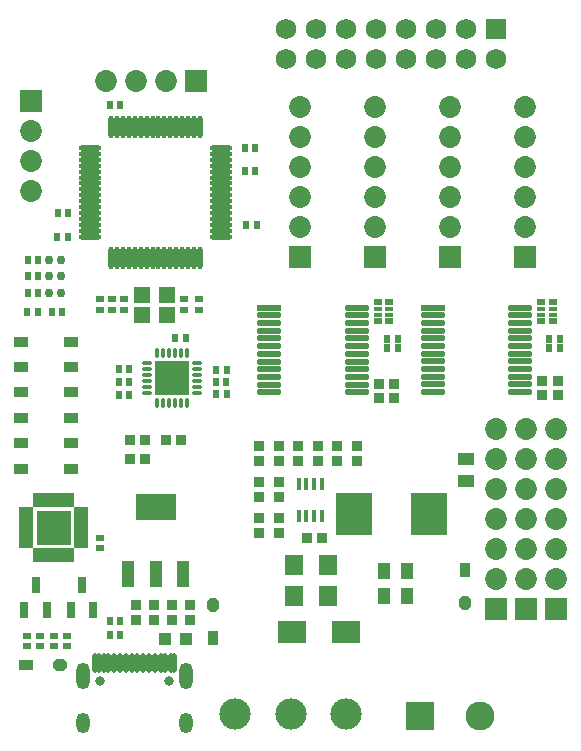
<source format=gts>
G04*
G04 #@! TF.GenerationSoftware,Altium Limited,Altium Designer,21.0.8 (223)*
G04*
G04 Layer_Color=8388736*
%FSLAX25Y25*%
%MOIN*%
G70*
G04*
G04 #@! TF.SameCoordinates,D9C85E8D-87DC-48F8-A205-D673694C3913*
G04*
G04*
G04 #@! TF.FilePolarity,Negative*
G04*
G01*
G75*
%ADD34R,0.01800X0.03950*%
%ADD56R,0.02568X0.02175*%
%ADD57R,0.02962X0.05718*%
G04:AMPARAMS|DCode=58|XSize=45.37mil|YSize=37.5mil|CornerRadius=0mil|HoleSize=0mil|Usage=FLASHONLY|Rotation=90.000|XOffset=0mil|YOffset=0mil|HoleType=Round|Shape=Octagon|*
%AMOCTAGOND58*
4,1,8,0.00937,0.02269,-0.00937,0.02269,-0.01875,0.01331,-0.01875,-0.01331,-0.00937,-0.02269,0.00937,-0.02269,0.01875,-0.01331,0.01875,0.01331,0.00937,0.02269,0.0*
%
%ADD58OCTAGOND58*%

%ADD59R,0.03750X0.04537*%
%ADD60R,0.04100X0.04100*%
%ADD61R,0.02175X0.02568*%
%ADD62R,0.03600X0.03600*%
%ADD63R,0.03600X0.03600*%
%ADD64R,0.06100X0.06800*%
%ADD65R,0.12411X0.14379*%
%ADD66R,0.09261X0.07490*%
%ADD67R,0.04100X0.05600*%
%ADD68R,0.05600X0.04100*%
%ADD69R,0.02962X0.01781*%
%ADD70R,0.02962X0.02175*%
%ADD71R,0.13198X0.08868*%
%ADD72R,0.04143X0.08868*%
G04:AMPARAMS|DCode=73|XSize=65.06mil|YSize=17.81mil|CornerRadius=5.95mil|HoleSize=0mil|Usage=FLASHONLY|Rotation=90.000|XOffset=0mil|YOffset=0mil|HoleType=Round|Shape=RoundedRectangle|*
%AMROUNDEDRECTD73*
21,1,0.06506,0.00591,0,0,90.0*
21,1,0.05315,0.01781,0,0,90.0*
1,1,0.01191,0.00295,0.02657*
1,1,0.01191,0.00295,-0.02657*
1,1,0.01191,-0.00295,-0.02657*
1,1,0.01191,-0.00295,0.02657*
%
%ADD73ROUNDEDRECTD73*%
%ADD74R,0.11624X0.11230*%
G04:AMPARAMS|DCode=75|XSize=22mil|YSize=48mil|CornerRadius=8mil|HoleSize=0mil|Usage=FLASHONLY|Rotation=270.000|XOffset=0mil|YOffset=0mil|HoleType=Round|Shape=RoundedRectangle|*
%AMROUNDEDRECTD75*
21,1,0.02200,0.03200,0,0,270.0*
21,1,0.00600,0.04800,0,0,270.0*
1,1,0.01600,-0.01600,-0.00300*
1,1,0.01600,-0.01600,0.00300*
1,1,0.01600,0.01600,0.00300*
1,1,0.01600,0.01600,-0.00300*
%
%ADD75ROUNDEDRECTD75*%
G04:AMPARAMS|DCode=76|XSize=22mil|YSize=48mil|CornerRadius=8mil|HoleSize=0mil|Usage=FLASHONLY|Rotation=0.000|XOffset=0mil|YOffset=0mil|HoleType=Round|Shape=RoundedRectangle|*
%AMROUNDEDRECTD76*
21,1,0.02200,0.03200,0,0,0.0*
21,1,0.00600,0.04800,0,0,0.0*
1,1,0.01600,0.00300,-0.01600*
1,1,0.01600,-0.00300,-0.01600*
1,1,0.01600,-0.00300,0.01600*
1,1,0.01600,0.00300,0.01600*
%
%ADD76ROUNDEDRECTD76*%
G04:AMPARAMS|DCode=77|XSize=26mil|YSize=26mil|CornerRadius=8mil|HoleSize=0mil|Usage=FLASHONLY|Rotation=90.000|XOffset=0mil|YOffset=0mil|HoleType=Round|Shape=RoundedRectangle|*
%AMROUNDEDRECTD77*
21,1,0.02600,0.01000,0,0,90.0*
21,1,0.01000,0.02600,0,0,90.0*
1,1,0.01600,0.00500,0.00500*
1,1,0.01600,0.00500,-0.00500*
1,1,0.01600,-0.00500,-0.00500*
1,1,0.01600,-0.00500,0.00500*
%
%ADD77ROUNDEDRECTD77*%
%ADD78O,0.01584X0.03356*%
%ADD79O,0.03356X0.01584*%
%ADD80R,0.11230X0.11624*%
%ADD81R,0.04537X0.03356*%
G04:AMPARAMS|DCode=82|XSize=45.37mil|YSize=37.5mil|CornerRadius=0mil|HoleSize=0mil|Usage=FLASHONLY|Rotation=0.000|XOffset=0mil|YOffset=0mil|HoleType=Round|Shape=Octagon|*
%AMOCTAGOND82*
4,1,8,0.02269,-0.00937,0.02269,0.00937,0.01331,0.01875,-0.01331,0.01875,-0.02269,0.00937,-0.02269,-0.00937,-0.01331,-0.01875,0.01331,-0.01875,0.02269,-0.00937,0.0*
%
%ADD82OCTAGOND82*%

%ADD83R,0.04537X0.03750*%
%ADD84R,0.05718X0.05324*%
%ADD85O,0.08080X0.02175*%
%ADD86R,0.08080X0.02175*%
%ADD87O,0.07687X0.01781*%
%ADD88O,0.01781X0.07687*%
%ADD89C,0.06899*%
%ADD90R,0.06899X0.06899*%
%ADD91C,0.09655*%
%ADD92R,0.09655X0.09655*%
%ADD93C,0.07293*%
%ADD94R,0.07293X0.07293*%
%ADD95O,0.04537X0.08868*%
%ADD96O,0.04537X0.06899*%
%ADD97C,0.03159*%
%ADD98C,0.00600*%
%ADD99C,0.10443*%
%ADD100R,0.07293X0.07293*%
D34*
X87661Y76166D02*
D03*
X90220D02*
D03*
X92779D02*
D03*
X95339D02*
D03*
Y65516D02*
D03*
X92779D02*
D03*
X90220D02*
D03*
X87661D02*
D03*
D56*
X6000Y22327D02*
D03*
Y25673D02*
D03*
X29634Y134346D02*
D03*
X29634Y137889D02*
D03*
X25500Y134417D02*
D03*
Y137764D02*
D03*
X21500Y134319D02*
D03*
X21500Y137862D02*
D03*
X49500Y137862D02*
D03*
X49500Y134319D02*
D03*
X54500Y134319D02*
D03*
X54500Y137862D02*
D03*
X21500Y55008D02*
D03*
Y58354D02*
D03*
X10500Y22327D02*
D03*
Y25673D02*
D03*
X1500Y22327D02*
D03*
Y25673D02*
D03*
X-3000Y22327D02*
D03*
Y25673D02*
D03*
D57*
X-3740Y34366D02*
D03*
X3740D02*
D03*
X0Y42634D02*
D03*
X15500D02*
D03*
X19240Y34366D02*
D03*
X11760D02*
D03*
D58*
X59000Y36012D02*
D03*
X143000Y36488D02*
D03*
D59*
X59000Y24988D02*
D03*
X143000Y47512D02*
D03*
D60*
X43000Y24500D02*
D03*
X50000D02*
D03*
D61*
X10673Y166590D02*
D03*
X7327D02*
D03*
X10771Y158590D02*
D03*
X7228Y158591D02*
D03*
X24827Y26000D02*
D03*
X28173D02*
D03*
X5327Y133591D02*
D03*
X8673D02*
D03*
X-2772D02*
D03*
X771Y133590D02*
D03*
X756Y140091D02*
D03*
X-2591D02*
D03*
X756Y145591D02*
D03*
X-2591D02*
D03*
X756Y151091D02*
D03*
X-2591D02*
D03*
X50181Y125090D02*
D03*
X46638Y125091D02*
D03*
X63736Y106295D02*
D03*
X60193Y106295D02*
D03*
X60291Y110295D02*
D03*
X63637D02*
D03*
X63736Y114295D02*
D03*
X60193Y114295D02*
D03*
X27729Y105795D02*
D03*
X31075D02*
D03*
X27729Y110193D02*
D03*
X31075D02*
D03*
X31272Y114590D02*
D03*
X27729Y114591D02*
D03*
X24827Y30500D02*
D03*
X28173D02*
D03*
X174771Y121500D02*
D03*
X171228Y121500D02*
D03*
X171229Y124500D02*
D03*
X174772Y124500D02*
D03*
X120772D02*
D03*
X117229Y124500D02*
D03*
X120771Y121500D02*
D03*
X117228Y121500D02*
D03*
X73772Y162500D02*
D03*
X70229Y162500D02*
D03*
X73173Y180500D02*
D03*
X69827D02*
D03*
X73272Y188181D02*
D03*
X69729Y188181D02*
D03*
X28272Y202590D02*
D03*
X24729Y202591D02*
D03*
D62*
X90441Y58341D02*
D03*
X95559D02*
D03*
X36618Y91000D02*
D03*
X31500D02*
D03*
X48559Y91000D02*
D03*
X43440D02*
D03*
X36559Y84500D02*
D03*
X31440D02*
D03*
X168941Y110500D02*
D03*
X174059D02*
D03*
X168941Y106000D02*
D03*
X174059D02*
D03*
X114441Y105000D02*
D03*
X119559D02*
D03*
X114441Y109500D02*
D03*
X119559D02*
D03*
D63*
X107000Y83782D02*
D03*
Y88900D02*
D03*
X87500D02*
D03*
Y83782D02*
D03*
X94000Y83782D02*
D03*
Y88900D02*
D03*
X100500Y88900D02*
D03*
Y83782D02*
D03*
X81000Y76900D02*
D03*
Y71782D02*
D03*
X81000Y83782D02*
D03*
Y88900D02*
D03*
X74500Y88959D02*
D03*
Y83841D02*
D03*
X74500Y76900D02*
D03*
Y71782D02*
D03*
Y64900D02*
D03*
Y59782D02*
D03*
X81000Y64900D02*
D03*
Y59782D02*
D03*
X51546Y30941D02*
D03*
Y36059D02*
D03*
X39500Y30941D02*
D03*
Y36059D02*
D03*
X33500Y30941D02*
D03*
Y36059D02*
D03*
X45500Y30941D02*
D03*
Y36059D02*
D03*
D64*
X86291Y38841D02*
D03*
X97512D02*
D03*
X86291Y49341D02*
D03*
X97512D02*
D03*
D65*
X106000Y66341D02*
D03*
X131000D02*
D03*
D66*
X103555Y27000D02*
D03*
X85445D02*
D03*
D67*
X116260Y47341D02*
D03*
X123740D02*
D03*
X116260Y38841D02*
D03*
X123740D02*
D03*
D68*
X143500Y84741D02*
D03*
Y77260D02*
D03*
D69*
X114000Y134724D02*
D03*
Y132756D02*
D03*
X117937D02*
D03*
Y134724D02*
D03*
X168563D02*
D03*
Y132756D02*
D03*
X172500D02*
D03*
Y134724D02*
D03*
D70*
X114000Y136890D02*
D03*
Y130591D02*
D03*
X117937D02*
D03*
Y136890D02*
D03*
X168563D02*
D03*
Y130591D02*
D03*
X172500D02*
D03*
Y136890D02*
D03*
D71*
X40000Y68721D02*
D03*
D72*
X49055Y46279D02*
D03*
X40000D02*
D03*
X30945D02*
D03*
D73*
X19811Y16512D02*
D03*
X20992D02*
D03*
X22961D02*
D03*
X24142D02*
D03*
X26110D02*
D03*
X28079D02*
D03*
X30047D02*
D03*
X35953D02*
D03*
X37921D02*
D03*
X39890D02*
D03*
X41858D02*
D03*
X43039D02*
D03*
X45008D02*
D03*
X46189D02*
D03*
X32016D02*
D03*
X33984D02*
D03*
D74*
X6000Y61681D02*
D03*
D75*
X-3150Y55776D02*
D03*
Y57744D02*
D03*
Y59713D02*
D03*
Y61681D02*
D03*
Y63650D02*
D03*
Y65618D02*
D03*
Y67587D02*
D03*
X15150D02*
D03*
Y65618D02*
D03*
Y63650D02*
D03*
Y61681D02*
D03*
Y59713D02*
D03*
Y57744D02*
D03*
Y55776D02*
D03*
D76*
X95Y70831D02*
D03*
X2063D02*
D03*
X4032D02*
D03*
X6000D02*
D03*
X7969D02*
D03*
X9937D02*
D03*
X11906D02*
D03*
Y52531D02*
D03*
X9937D02*
D03*
X7969D02*
D03*
X6000D02*
D03*
X4032D02*
D03*
X2063D02*
D03*
X95D02*
D03*
D77*
X4583Y151091D02*
D03*
X8583D02*
D03*
X4583Y145591D02*
D03*
X8583D02*
D03*
X4583Y140091D02*
D03*
X8583D02*
D03*
D78*
X40488Y103323D02*
D03*
X42457D02*
D03*
X44425D02*
D03*
X46394D02*
D03*
X48362D02*
D03*
X50331D02*
D03*
Y119858D02*
D03*
X48362D02*
D03*
X46394D02*
D03*
X44425D02*
D03*
X42457D02*
D03*
X40488D02*
D03*
D79*
X53677Y106669D02*
D03*
Y108638D02*
D03*
Y110606D02*
D03*
Y112575D02*
D03*
Y114543D02*
D03*
Y116512D02*
D03*
X37142D02*
D03*
Y114543D02*
D03*
Y112575D02*
D03*
Y110606D02*
D03*
Y108638D02*
D03*
Y106669D02*
D03*
D80*
X45409Y111591D02*
D03*
D81*
X11965Y81358D02*
D03*
X-4964D02*
D03*
X11965Y89823D02*
D03*
X-4964D02*
D03*
X11965Y98358D02*
D03*
X-4964D02*
D03*
X11965Y106823D02*
D03*
X-4964D02*
D03*
X11965Y115268D02*
D03*
X-4964D02*
D03*
X11965Y123732D02*
D03*
X-4964D02*
D03*
D82*
X8012Y16000D02*
D03*
D83*
X-3012D02*
D03*
D84*
X43768Y139193D02*
D03*
X35500D02*
D03*
Y132500D02*
D03*
X43768D02*
D03*
D85*
X161567Y119720D02*
D03*
Y122280D02*
D03*
Y124839D02*
D03*
Y135075D02*
D03*
X132433Y112043D02*
D03*
Y114602D02*
D03*
Y117161D02*
D03*
Y119720D02*
D03*
Y122280D02*
D03*
Y124839D02*
D03*
Y127398D02*
D03*
Y129957D02*
D03*
Y132516D02*
D03*
Y109484D02*
D03*
Y106925D02*
D03*
X161567Y109484D02*
D03*
Y106925D02*
D03*
Y132516D02*
D03*
Y117161D02*
D03*
Y114602D02*
D03*
Y112043D02*
D03*
Y127398D02*
D03*
Y129957D02*
D03*
X107000Y119650D02*
D03*
Y122209D02*
D03*
Y124768D02*
D03*
Y135004D02*
D03*
X77866Y111972D02*
D03*
Y114531D02*
D03*
Y117091D02*
D03*
Y119650D02*
D03*
Y122209D02*
D03*
Y124768D02*
D03*
Y127327D02*
D03*
Y129886D02*
D03*
Y132445D02*
D03*
Y109413D02*
D03*
Y106854D02*
D03*
X107000Y109413D02*
D03*
Y106854D02*
D03*
Y132445D02*
D03*
Y117091D02*
D03*
Y114531D02*
D03*
Y111972D02*
D03*
Y127327D02*
D03*
Y129886D02*
D03*
D86*
X132433Y135075D02*
D03*
X77866Y135004D02*
D03*
D87*
X61850Y186295D02*
D03*
Y184327D02*
D03*
Y178421D02*
D03*
Y180390D02*
D03*
Y182358D02*
D03*
Y188264D02*
D03*
Y168579D02*
D03*
Y164642D02*
D03*
Y166610D02*
D03*
Y170547D02*
D03*
Y158736D02*
D03*
Y160705D02*
D03*
Y162673D02*
D03*
Y172516D02*
D03*
Y174484D02*
D03*
Y176453D02*
D03*
X18150Y188264D02*
D03*
Y186295D02*
D03*
Y184327D02*
D03*
Y182358D02*
D03*
Y180390D02*
D03*
Y178421D02*
D03*
Y176453D02*
D03*
Y174484D02*
D03*
Y172516D02*
D03*
Y170547D02*
D03*
Y168579D02*
D03*
Y166610D02*
D03*
Y164642D02*
D03*
Y162673D02*
D03*
Y160705D02*
D03*
Y158736D02*
D03*
D88*
X25236Y151650D02*
D03*
X27205D02*
D03*
X29173D02*
D03*
X31142D02*
D03*
X33110D02*
D03*
X35079D02*
D03*
X37047D02*
D03*
X39016D02*
D03*
X40984D02*
D03*
X42953D02*
D03*
X44921D02*
D03*
X46890D02*
D03*
X48858D02*
D03*
X50827D02*
D03*
X52795D02*
D03*
X54764D02*
D03*
Y195350D02*
D03*
X52795D02*
D03*
X50827D02*
D03*
X48858D02*
D03*
X46890D02*
D03*
X44921D02*
D03*
X42953D02*
D03*
X40984D02*
D03*
X39016D02*
D03*
X37047D02*
D03*
X35079D02*
D03*
X33110D02*
D03*
X31142D02*
D03*
X29173D02*
D03*
X27205D02*
D03*
X25236D02*
D03*
D89*
X83500Y218091D02*
D03*
X93500D02*
D03*
X103500D02*
D03*
X143500Y228091D02*
D03*
Y218091D02*
D03*
X133500D02*
D03*
Y228091D02*
D03*
X123500D02*
D03*
Y218091D02*
D03*
X83500Y228091D02*
D03*
X93500D02*
D03*
X103500D02*
D03*
X113500D02*
D03*
Y218091D02*
D03*
X153500D02*
D03*
D90*
Y228091D02*
D03*
D91*
X148000Y-909D02*
D03*
D92*
X128000D02*
D03*
D93*
X173500Y94500D02*
D03*
Y44500D02*
D03*
Y54500D02*
D03*
Y64500D02*
D03*
Y74500D02*
D03*
Y84500D02*
D03*
X153500Y94500D02*
D03*
Y44500D02*
D03*
Y54500D02*
D03*
Y64500D02*
D03*
Y74500D02*
D03*
Y84500D02*
D03*
X163500Y94500D02*
D03*
Y44500D02*
D03*
Y54500D02*
D03*
Y64500D02*
D03*
Y74500D02*
D03*
Y84500D02*
D03*
X-1500Y194091D02*
D03*
Y184091D02*
D03*
Y174091D02*
D03*
X23500Y210591D02*
D03*
X33500D02*
D03*
X43500D02*
D03*
X163000Y202091D02*
D03*
Y162091D02*
D03*
Y172091D02*
D03*
Y182091D02*
D03*
Y192091D02*
D03*
X138000Y202091D02*
D03*
Y162091D02*
D03*
Y172091D02*
D03*
Y182091D02*
D03*
Y192091D02*
D03*
X113000Y202091D02*
D03*
Y162091D02*
D03*
Y172091D02*
D03*
Y182091D02*
D03*
Y192091D02*
D03*
X88000Y202091D02*
D03*
Y162091D02*
D03*
Y172091D02*
D03*
Y182091D02*
D03*
Y192091D02*
D03*
D94*
X173500Y34500D02*
D03*
X153500D02*
D03*
X163500D02*
D03*
X-1500Y204091D02*
D03*
D95*
X15972Y12417D02*
D03*
X50027D02*
D03*
D96*
X15972Y-3331D02*
D03*
X50027D02*
D03*
D97*
X44378Y10449D02*
D03*
X21622D02*
D03*
D98*
X0Y223091D02*
D03*
X167220D02*
D03*
X0Y0D02*
D03*
X167220D02*
D03*
D99*
X84996Y-409D02*
D03*
X66492D02*
D03*
X103500D02*
D03*
D100*
X53500Y210591D02*
D03*
X163000Y152091D02*
D03*
X138000D02*
D03*
X113000D02*
D03*
X88000D02*
D03*
M02*

</source>
